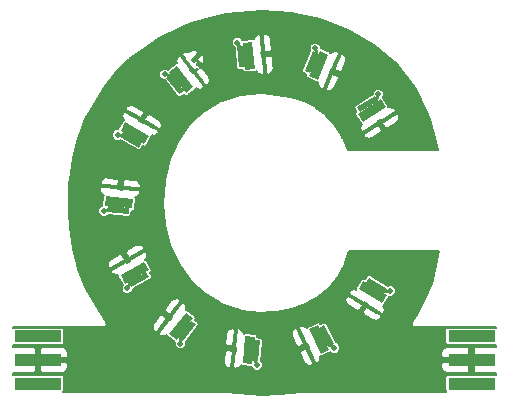
<source format=gtl>
G04 #@! TF.FileFunction,Copper,L1,Top,Signal*
%FSLAX46Y46*%
G04 Gerber Fmt 4.6, Leading zero omitted, Abs format (unit mm)*
G04 Created by KiCad (PCBNEW 4.0.0-rc2-stable) date 3/3/2016 3:42:37 PM*
%MOMM*%
G01*
G04 APERTURE LIST*
%ADD10C,0.150000*%
%ADD11C,0.500000*%
%ADD12R,4.000000X1.000000*%
%ADD13C,0.600000*%
%ADD14C,0.254000*%
%ADD15C,0.152400*%
G04 APERTURE END LIST*
D10*
G36*
X77052653Y-41239738D02*
X78597241Y-42163994D01*
X78340503Y-42593046D01*
X76795915Y-41668790D01*
X77052653Y-41239738D01*
X77052653Y-41239738D01*
G37*
G36*
X75816311Y-42818996D02*
X77789950Y-43999991D01*
X77625637Y-44274584D01*
X75651998Y-43093589D01*
X75816311Y-42818996D01*
X75816311Y-42818996D01*
G37*
G36*
X76581390Y-41540421D02*
X78555029Y-42721416D01*
X78144248Y-43407899D01*
X76170609Y-42226904D01*
X76581390Y-41540421D01*
X76581390Y-41540421D01*
G37*
D11*
X78828998Y-42360943D03*
D10*
G36*
X73272129Y-45255981D02*
X74043097Y-46882513D01*
X73591283Y-47096671D01*
X72820315Y-45470139D01*
X73272129Y-45255981D01*
X73272129Y-45255981D01*
G37*
G36*
X71366829Y-45882422D02*
X72351955Y-47960769D01*
X72062793Y-48097830D01*
X71077667Y-46019483D01*
X71366829Y-45882422D01*
X71366829Y-45882422D01*
G37*
G36*
X72713236Y-45244231D02*
X73698362Y-47322578D01*
X72975458Y-47665231D01*
X71990332Y-45586884D01*
X72713236Y-45244231D01*
X72713236Y-45244231D01*
G37*
D11*
X74126411Y-47175018D03*
D10*
G36*
X67831947Y-46531382D02*
X67667835Y-48323885D01*
X67169917Y-48278298D01*
X67334029Y-46485795D01*
X67831947Y-46531382D01*
X67831947Y-46531382D01*
G37*
G36*
X65873028Y-46100988D02*
X65663329Y-48391409D01*
X65344662Y-48362234D01*
X65554361Y-46071813D01*
X65873028Y-46100988D01*
X65873028Y-46100988D01*
G37*
G36*
X67356822Y-46236836D02*
X67147124Y-48527257D01*
X66350456Y-48454318D01*
X66560154Y-46163897D01*
X67356822Y-46236836D01*
X67356822Y-46236836D01*
G37*
D11*
X67590691Y-48618077D03*
D10*
G36*
X62400532Y-45183122D02*
X61306093Y-46612179D01*
X60909132Y-46308168D01*
X62003571Y-44879111D01*
X62400532Y-45183122D01*
X62400532Y-45183122D01*
G37*
G36*
X60972636Y-43774678D02*
X59574186Y-45600695D01*
X59320132Y-45406128D01*
X60718582Y-43580111D01*
X60972636Y-43774678D01*
X60972636Y-43774678D01*
G37*
G36*
X62155577Y-44680630D02*
X60757127Y-46506647D01*
X60121991Y-46020230D01*
X61520441Y-44194213D01*
X62155577Y-44680630D01*
X62155577Y-44680630D01*
G37*
D11*
X61083990Y-46819953D03*
D10*
G36*
X58437802Y-41159804D02*
X56868270Y-42041037D01*
X56623484Y-41605056D01*
X58193016Y-40723823D01*
X58437802Y-41159804D01*
X58437802Y-41159804D01*
G37*
G36*
X57681542Y-39302207D02*
X55676029Y-40428225D01*
X55519366Y-40149197D01*
X57524879Y-39023179D01*
X57681542Y-39302207D01*
X57681542Y-39302207D01*
G37*
G36*
X58411006Y-40601430D02*
X56405493Y-41727449D01*
X56013834Y-41029880D01*
X58019347Y-39903861D01*
X58411006Y-40601430D01*
X58411006Y-40601430D01*
G37*
D11*
X56582203Y-42144310D03*
D10*
G36*
X56697349Y-35826730D02*
X54904684Y-35664396D01*
X54949777Y-35166434D01*
X56742442Y-35328768D01*
X56697349Y-35826730D01*
X56697349Y-35826730D01*
G37*
G36*
X57125799Y-33867386D02*
X54835172Y-33659960D01*
X54864031Y-33341264D01*
X57154658Y-33548690D01*
X57125799Y-33867386D01*
X57125799Y-33867386D01*
G37*
G36*
X56991424Y-35351314D02*
X54700796Y-35143888D01*
X54772944Y-34347148D01*
X57063572Y-34554574D01*
X56991424Y-35351314D01*
X56991424Y-35351314D01*
G37*
D11*
X54610416Y-35587545D03*
D10*
G36*
X57571019Y-30216719D02*
X56001494Y-29335475D01*
X56246285Y-28899495D01*
X57815810Y-29780739D01*
X57571019Y-30216719D01*
X57571019Y-30216719D01*
G37*
G36*
X58763273Y-28603916D02*
X56757769Y-27477882D01*
X56914435Y-27198856D01*
X58919939Y-28324890D01*
X58763273Y-28603916D01*
X58763273Y-28603916D01*
G37*
G36*
X58033799Y-29903134D02*
X56028295Y-28777100D01*
X56419959Y-28079534D01*
X58425463Y-29205568D01*
X58033799Y-29903134D01*
X58033799Y-29903134D01*
G37*
D11*
X55764386Y-29145002D03*
D10*
G36*
X60999519Y-25720241D02*
X59902355Y-24293275D01*
X60298735Y-23988507D01*
X61395899Y-25415473D01*
X60999519Y-25720241D01*
X60999519Y-25720241D01*
G37*
G36*
X62729493Y-24705454D02*
X61327562Y-22882109D01*
X61581245Y-22687058D01*
X62983176Y-24510403D01*
X62729493Y-24705454D01*
X62729493Y-24705454D01*
G37*
G36*
X61548282Y-25613663D02*
X60146351Y-23790318D01*
X60780558Y-23302689D01*
X62182489Y-25126034D01*
X61548282Y-25613663D01*
X61548282Y-25613663D01*
G37*
D11*
X59759133Y-24024971D03*
D10*
G36*
X66054687Y-23422350D02*
X65886121Y-21630260D01*
X66383923Y-21583436D01*
X66552489Y-23375526D01*
X66054687Y-23422350D01*
X66054687Y-23422350D01*
G37*
G36*
X68059353Y-23484892D02*
X67843963Y-21194999D01*
X68162557Y-21165032D01*
X68377947Y-23454925D01*
X68059353Y-23484892D01*
X68059353Y-23484892D01*
G37*
G36*
X66575902Y-23624427D02*
X66360512Y-21334535D01*
X67156996Y-21259617D01*
X67372386Y-23549509D01*
X66575902Y-23624427D01*
X66575902Y-23624427D01*
G37*
D11*
X65907807Y-21326896D03*
D10*
G36*
X71602242Y-23713489D02*
X72325626Y-22065243D01*
X72783472Y-22266183D01*
X72060088Y-23914429D01*
X71602242Y-23713489D01*
X71602242Y-23713489D01*
G37*
G36*
X73323999Y-24742153D02*
X74248324Y-22636061D01*
X74541345Y-22764663D01*
X73617020Y-24870755D01*
X73323999Y-24742153D01*
X73323999Y-24742153D01*
G37*
G36*
X71959618Y-24143352D02*
X72883943Y-22037260D01*
X73616496Y-22358764D01*
X72692171Y-24464856D01*
X71959618Y-24143352D01*
X71959618Y-24143352D01*
G37*
D11*
X72491975Y-21810629D03*
D10*
G36*
X76041870Y-26792230D02*
X77560673Y-25826187D01*
X77829018Y-26248076D01*
X76310215Y-27214119D01*
X76041870Y-26792230D01*
X76041870Y-26792230D01*
G37*
G36*
X76898938Y-28605522D02*
X78839631Y-27371134D01*
X79011372Y-27641144D01*
X77070679Y-28875532D01*
X76898938Y-28605522D01*
X76898938Y-28605522D01*
G37*
G36*
X76099270Y-27348291D02*
X78039962Y-26113903D01*
X78469314Y-26788927D01*
X76528622Y-28023315D01*
X76099270Y-27348291D01*
X76099270Y-27348291D01*
G37*
D11*
X77840641Y-25707368D03*
D12*
X85735030Y-50192207D03*
X85735030Y-48192207D03*
X85735030Y-46192207D03*
D13*
X84735030Y-50192207D03*
X84735030Y-48192207D03*
X84735030Y-46192207D03*
D12*
X49020836Y-46192207D03*
X49020836Y-48192207D03*
X49020836Y-50192207D03*
D13*
X50020836Y-46192207D03*
X50020836Y-48192207D03*
X50020836Y-50192207D03*
D11*
X62254379Y-22804379D03*
D14*
X77700000Y-41920000D02*
X77360000Y-42470000D01*
X77700000Y-41920000D02*
X77360000Y-42470000D01*
X77700000Y-41920000D02*
X77360000Y-42470000D01*
X77700000Y-41920000D02*
X77360000Y-42470000D01*
X77700000Y-41920000D02*
X77360000Y-42470000D01*
X77700000Y-41920000D02*
X77360000Y-42470000D01*
X77700000Y-41920000D02*
X77360000Y-42470000D01*
X77700000Y-41920000D02*
X77360000Y-42470000D01*
X77700000Y-41920000D02*
X77360000Y-42470000D01*
X77360000Y-42470000D02*
X78830000Y-42360000D01*
X77360000Y-42470000D02*
X78830000Y-42360000D01*
X77360000Y-42470000D02*
X78830000Y-42360000D01*
X77360000Y-42470000D02*
X78830000Y-42360000D01*
X77360000Y-42470000D02*
X78830000Y-42360000D01*
X77360000Y-42470000D02*
X78830000Y-42360000D01*
X77360000Y-42470000D02*
X78830000Y-42360000D01*
X77360000Y-42470000D02*
X78830000Y-42360000D01*
X77360000Y-42470000D02*
X78830000Y-42360000D01*
X73430000Y-46180000D02*
X72840000Y-46450000D01*
X73430000Y-46180000D02*
X72840000Y-46450000D01*
X73430000Y-46180000D02*
X72840000Y-46450000D01*
X73430000Y-46180000D02*
X72840000Y-46450000D01*
X73430000Y-46180000D02*
X72840000Y-46450000D01*
X73430000Y-46180000D02*
X72840000Y-46450000D01*
X73430000Y-46180000D02*
X72840000Y-46450000D01*
X73430000Y-46180000D02*
X72840000Y-46450000D01*
X73430000Y-46180000D02*
X72840000Y-46450000D01*
X72840000Y-46450000D02*
X74130000Y-47180000D01*
X72840000Y-46450000D02*
X74130000Y-47180000D01*
X72840000Y-46450000D02*
X74130000Y-47180000D01*
X72840000Y-46450000D02*
X74130000Y-47180000D01*
X72840000Y-46450000D02*
X74130000Y-47180000D01*
X72840000Y-46450000D02*
X74130000Y-47180000D01*
X72840000Y-46450000D02*
X74130000Y-47180000D01*
X72840000Y-46450000D02*
X74130000Y-47180000D01*
X72840000Y-46450000D02*
X74130000Y-47180000D01*
X67500000Y-47400000D02*
X66850000Y-47350000D01*
X67500000Y-47400000D02*
X66850000Y-47350000D01*
X67500000Y-47400000D02*
X66850000Y-47350000D01*
X67500000Y-47400000D02*
X66850000Y-47350000D01*
X67500000Y-47400000D02*
X66850000Y-47350000D01*
X67500000Y-47400000D02*
X66850000Y-47350000D01*
X67500000Y-47400000D02*
X66850000Y-47350000D01*
X67500000Y-47400000D02*
X66850000Y-47350000D01*
X67500000Y-47400000D02*
X66850000Y-47350000D01*
X66850000Y-47350000D02*
X67590000Y-48620000D01*
X66850000Y-47350000D02*
X67590000Y-48620000D01*
X66850000Y-47350000D02*
X67590000Y-48620000D01*
X66850000Y-47350000D02*
X67590000Y-48620000D01*
X66850000Y-47350000D02*
X67590000Y-48620000D01*
X66850000Y-47350000D02*
X67590000Y-48620000D01*
X66850000Y-47350000D02*
X67590000Y-48620000D01*
X66850000Y-47350000D02*
X67590000Y-48620000D01*
X66850000Y-47350000D02*
X67590000Y-48620000D01*
X61650000Y-45750000D02*
X61140000Y-45350000D01*
X61650000Y-45750000D02*
X61140000Y-45350000D01*
X61650000Y-45750000D02*
X61140000Y-45350000D01*
X61650000Y-45750000D02*
X61140000Y-45350000D01*
X61650000Y-45750000D02*
X61140000Y-45350000D01*
X61650000Y-45750000D02*
X61140000Y-45350000D01*
X61650000Y-45750000D02*
X61140000Y-45350000D01*
X61650000Y-45750000D02*
X61140000Y-45350000D01*
X61650000Y-45750000D02*
X61140000Y-45350000D01*
X61140000Y-45350000D02*
X61080000Y-46820000D01*
X61140000Y-45350000D02*
X61080000Y-46820000D01*
X61140000Y-45350000D02*
X61080000Y-46820000D01*
X61140000Y-45350000D02*
X61080000Y-46820000D01*
X61140000Y-45350000D02*
X61080000Y-46820000D01*
X61140000Y-45350000D02*
X61080000Y-46820000D01*
X61140000Y-45350000D02*
X61080000Y-46820000D01*
X61140000Y-45350000D02*
X61080000Y-46820000D01*
X61140000Y-45350000D02*
X61080000Y-46820000D01*
X57530000Y-41380000D02*
X57210000Y-40820000D01*
X57530000Y-41380000D02*
X57210000Y-40820000D01*
X57530000Y-41380000D02*
X57210000Y-40820000D01*
X57530000Y-41380000D02*
X57210000Y-40820000D01*
X57530000Y-41380000D02*
X57210000Y-40820000D01*
X57530000Y-41380000D02*
X57210000Y-40820000D01*
X57530000Y-41380000D02*
X57210000Y-40820000D01*
X57530000Y-41380000D02*
X57210000Y-40820000D01*
X57530000Y-41380000D02*
X57210000Y-40820000D01*
X57210000Y-40820000D02*
X56580000Y-42140000D01*
X57210000Y-40820000D02*
X56580000Y-42140000D01*
X57210000Y-40820000D02*
X56580000Y-42140000D01*
X57210000Y-40820000D02*
X56580000Y-42140000D01*
X57210000Y-40820000D02*
X56580000Y-42140000D01*
X57210000Y-40820000D02*
X56580000Y-42140000D01*
X57210000Y-40820000D02*
X56580000Y-42140000D01*
X57210000Y-40820000D02*
X56580000Y-42140000D01*
X57210000Y-40820000D02*
X56580000Y-42140000D01*
X55820000Y-35500000D02*
X55880000Y-34850000D01*
X55820000Y-35500000D02*
X55880000Y-34850000D01*
X55820000Y-35500000D02*
X55880000Y-34850000D01*
X55820000Y-35500000D02*
X55880000Y-34850000D01*
X55820000Y-35500000D02*
X55880000Y-34850000D01*
X55820000Y-35500000D02*
X55880000Y-34850000D01*
X55820000Y-35500000D02*
X55880000Y-34850000D01*
X55820000Y-35500000D02*
X55880000Y-34850000D01*
X55820000Y-35500000D02*
X55880000Y-34850000D01*
X55880000Y-34850000D02*
X54610000Y-35590000D01*
X55880000Y-34850000D02*
X54610000Y-35590000D01*
X55880000Y-34850000D02*
X54610000Y-35590000D01*
X55880000Y-34850000D02*
X54610000Y-35590000D01*
X55880000Y-34850000D02*
X54610000Y-35590000D01*
X55880000Y-34850000D02*
X54610000Y-35590000D01*
X55880000Y-34850000D02*
X54610000Y-35590000D01*
X55880000Y-34850000D02*
X54610000Y-35590000D01*
X55880000Y-34850000D02*
X54610000Y-35590000D01*
X56910000Y-29560000D02*
X57230000Y-28990000D01*
X56910000Y-29560000D02*
X57230000Y-28990000D01*
X56910000Y-29560000D02*
X57230000Y-28990000D01*
X56910000Y-29560000D02*
X57230000Y-28990000D01*
X56910000Y-29560000D02*
X57230000Y-28990000D01*
X56910000Y-29560000D02*
X57230000Y-28990000D01*
X56910000Y-29560000D02*
X57230000Y-28990000D01*
X56910000Y-29560000D02*
X57230000Y-28990000D01*
X56910000Y-29560000D02*
X57230000Y-28990000D01*
X57230000Y-28990000D02*
X55760000Y-29150000D01*
X57230000Y-28990000D02*
X55760000Y-29150000D01*
X57230000Y-28990000D02*
X55760000Y-29150000D01*
X57230000Y-28990000D02*
X55760000Y-29150000D01*
X57230000Y-28990000D02*
X55760000Y-29150000D01*
X57230000Y-28990000D02*
X55760000Y-29150000D01*
X57230000Y-28990000D02*
X55760000Y-29150000D01*
X57230000Y-28990000D02*
X55760000Y-29150000D01*
X57230000Y-28990000D02*
X55760000Y-29150000D01*
X60650000Y-24850000D02*
X61160000Y-24460000D01*
X60650000Y-24850000D02*
X61160000Y-24460000D01*
X60650000Y-24850000D02*
X61160000Y-24460000D01*
X60650000Y-24850000D02*
X61160000Y-24460000D01*
X60650000Y-24850000D02*
X61160000Y-24460000D01*
X60650000Y-24850000D02*
X61160000Y-24460000D01*
X60650000Y-24850000D02*
X61160000Y-24460000D01*
X60650000Y-24850000D02*
X61160000Y-24460000D01*
X60650000Y-24850000D02*
X61160000Y-24460000D01*
X61160000Y-24460000D02*
X59760000Y-24020000D01*
X61160000Y-24460000D02*
X59760000Y-24020000D01*
X61160000Y-24460000D02*
X59760000Y-24020000D01*
X61160000Y-24460000D02*
X59760000Y-24020000D01*
X61160000Y-24460000D02*
X59760000Y-24020000D01*
X61160000Y-24460000D02*
X59760000Y-24020000D01*
X61160000Y-24460000D02*
X59760000Y-24020000D01*
X61160000Y-24460000D02*
X59760000Y-24020000D01*
X61160000Y-24460000D02*
X59760000Y-24020000D01*
X66220000Y-22500000D02*
X66870000Y-22440000D01*
X66220000Y-22500000D02*
X66870000Y-22440000D01*
X66220000Y-22500000D02*
X66870000Y-22440000D01*
X66220000Y-22500000D02*
X66870000Y-22440000D01*
X66220000Y-22500000D02*
X66870000Y-22440000D01*
X66220000Y-22500000D02*
X66870000Y-22440000D01*
X66220000Y-22500000D02*
X66870000Y-22440000D01*
X66220000Y-22500000D02*
X66870000Y-22440000D01*
X66220000Y-22500000D02*
X66870000Y-22440000D01*
X66870000Y-22440000D02*
X65910000Y-21330000D01*
X66870000Y-22440000D02*
X65910000Y-21330000D01*
X66870000Y-22440000D02*
X65910000Y-21330000D01*
X66870000Y-22440000D02*
X65910000Y-21330000D01*
X66870000Y-22440000D02*
X65910000Y-21330000D01*
X66870000Y-22440000D02*
X65910000Y-21330000D01*
X66870000Y-22440000D02*
X65910000Y-21330000D01*
X66870000Y-22440000D02*
X65910000Y-21330000D01*
X66870000Y-22440000D02*
X65910000Y-21330000D01*
X72190000Y-22990000D02*
X72790000Y-23250000D01*
X72190000Y-22990000D02*
X72790000Y-23250000D01*
X72190000Y-22990000D02*
X72790000Y-23250000D01*
X72190000Y-22990000D02*
X72790000Y-23250000D01*
X72190000Y-22990000D02*
X72790000Y-23250000D01*
X72190000Y-22990000D02*
X72790000Y-23250000D01*
X72190000Y-22990000D02*
X72790000Y-23250000D01*
X72190000Y-22990000D02*
X72790000Y-23250000D01*
X72190000Y-22990000D02*
X72790000Y-23250000D01*
X72790000Y-23250000D02*
X72490000Y-21810000D01*
X72790000Y-23250000D02*
X72490000Y-21810000D01*
X72790000Y-23250000D02*
X72490000Y-21810000D01*
X72790000Y-23250000D02*
X72490000Y-21810000D01*
X72790000Y-23250000D02*
X72490000Y-21810000D01*
X72790000Y-23250000D02*
X72490000Y-21810000D01*
X72790000Y-23250000D02*
X72490000Y-21810000D01*
X72790000Y-23250000D02*
X72490000Y-21810000D01*
X72790000Y-23250000D02*
X72490000Y-21810000D01*
X76940000Y-26520000D02*
X77280000Y-27070000D01*
X76940000Y-26520000D02*
X77280000Y-27070000D01*
X76940000Y-26520000D02*
X77280000Y-27070000D01*
X76940000Y-26520000D02*
X77280000Y-27070000D01*
X76940000Y-26520000D02*
X77280000Y-27070000D01*
X76940000Y-26520000D02*
X77280000Y-27070000D01*
X76940000Y-26520000D02*
X77280000Y-27070000D01*
X76940000Y-26520000D02*
X77280000Y-27070000D01*
X76940000Y-26520000D02*
X77280000Y-27070000D01*
X77280000Y-27070000D02*
X77840000Y-25710000D01*
X77280000Y-27070000D02*
X77840000Y-25710000D01*
X77280000Y-27070000D02*
X77840000Y-25710000D01*
X77280000Y-27070000D02*
X77840000Y-25710000D01*
X77280000Y-27070000D02*
X77840000Y-25710000D01*
X77280000Y-27070000D02*
X77840000Y-25710000D01*
X77280000Y-27070000D02*
X77840000Y-25710000D01*
X77280000Y-27070000D02*
X77840000Y-25710000D01*
X77280000Y-27070000D02*
X77840000Y-25710000D01*
D15*
G36*
X70430619Y-18806486D02*
X72911350Y-19338071D01*
X75290154Y-20232580D01*
X77466997Y-21497502D01*
X79376968Y-23162605D01*
X81002403Y-25238463D01*
X82226086Y-27754353D01*
X82857171Y-30401400D01*
X75235367Y-30401400D01*
X74816974Y-29402378D01*
X74804788Y-29384293D01*
X74797190Y-29363853D01*
X74723833Y-29244798D01*
X76613192Y-29244798D01*
X76640110Y-29287117D01*
X76830392Y-29420559D01*
X77057256Y-29471025D01*
X77286163Y-29430833D01*
X77482265Y-29306101D01*
X78081302Y-28925081D01*
X78126152Y-28723463D01*
X77848066Y-28286259D01*
X76658042Y-29043180D01*
X76613192Y-29244798D01*
X74723833Y-29244798D01*
X74187190Y-28373853D01*
X74171071Y-28356500D01*
X74159199Y-28336006D01*
X73429199Y-27506006D01*
X73408645Y-27490281D01*
X73391775Y-27470657D01*
X72574920Y-26830951D01*
X75812031Y-26830951D01*
X75845204Y-26917321D01*
X75988458Y-27142543D01*
X75974179Y-27151625D01*
X75911254Y-27210539D01*
X75872474Y-27294541D01*
X75869431Y-27387012D01*
X75902604Y-27473382D01*
X76331956Y-28148406D01*
X76390871Y-28211331D01*
X76444484Y-28236082D01*
X76353911Y-28365234D01*
X76303444Y-28592098D01*
X76343636Y-28821005D01*
X76370554Y-28863325D01*
X76572172Y-28908175D01*
X77762196Y-28151254D01*
X77726678Y-28095412D01*
X78148114Y-28095412D01*
X78426200Y-28532616D01*
X78627818Y-28577466D01*
X79226855Y-28196446D01*
X79422957Y-28071714D01*
X79556399Y-27881432D01*
X79606866Y-27654568D01*
X79566674Y-27425661D01*
X79539756Y-27383341D01*
X79338138Y-27338491D01*
X78148114Y-28095412D01*
X77726678Y-28095412D01*
X77719261Y-28083752D01*
X78019309Y-27892905D01*
X78062244Y-27960407D01*
X79252268Y-27203486D01*
X79297118Y-27001868D01*
X79270200Y-26959549D01*
X79079918Y-26826107D01*
X78853054Y-26775641D01*
X78697417Y-26802968D01*
X78699153Y-26750206D01*
X78665980Y-26663836D01*
X78236628Y-25988812D01*
X78236392Y-25988559D01*
X78246141Y-25978827D01*
X78319157Y-25802985D01*
X78319324Y-25612586D01*
X78246615Y-25436617D01*
X78112100Y-25301868D01*
X77936258Y-25228852D01*
X77745859Y-25228685D01*
X77569890Y-25301394D01*
X77435141Y-25435909D01*
X77362125Y-25611751D01*
X77362068Y-25676280D01*
X75916779Y-26595564D01*
X75853854Y-26654479D01*
X75815074Y-26738480D01*
X75812031Y-26830951D01*
X72574920Y-26830951D01*
X72561775Y-26820657D01*
X72539855Y-26809577D01*
X72520835Y-26794032D01*
X71580834Y-26294032D01*
X71558056Y-26287173D01*
X71537352Y-26275448D01*
X70477352Y-25925448D01*
X70449108Y-25921969D01*
X70422021Y-25913246D01*
X68002021Y-25633246D01*
X67973224Y-25635588D01*
X67944489Y-25632570D01*
X66204489Y-25792570D01*
X66177266Y-25800636D01*
X66149017Y-25803430D01*
X64569017Y-26283430D01*
X64541723Y-26298033D01*
X64512339Y-26307786D01*
X63122339Y-27097786D01*
X63097815Y-27119000D01*
X63070222Y-27136033D01*
X61920222Y-28206033D01*
X61903252Y-28229551D01*
X61882250Y-28249539D01*
X60952249Y-29569539D01*
X60941503Y-29593770D01*
X60926092Y-29615332D01*
X60226092Y-31165332D01*
X60220302Y-31190303D01*
X60209448Y-31213522D01*
X59779448Y-32963521D01*
X59778401Y-32986988D01*
X59772145Y-33009634D01*
X59632145Y-34919634D01*
X59634772Y-34940855D01*
X59632277Y-34962092D01*
X59772277Y-36722091D01*
X59778856Y-36745342D01*
X59780200Y-36769469D01*
X60210200Y-38439469D01*
X60221090Y-38462108D01*
X60226945Y-38486538D01*
X60926945Y-40006539D01*
X60941630Y-40026767D01*
X60951681Y-40049651D01*
X61881682Y-41379652D01*
X61901594Y-41398738D01*
X61917425Y-41421328D01*
X63067425Y-42521328D01*
X63091302Y-42536526D01*
X63111878Y-42555962D01*
X64481878Y-43415962D01*
X64510558Y-43426895D01*
X64536929Y-43442594D01*
X66116928Y-44002594D01*
X66149087Y-44007266D01*
X66180098Y-44016991D01*
X67940098Y-44206991D01*
X67964946Y-44204778D01*
X67989694Y-44207903D01*
X68787564Y-44151361D01*
X76566409Y-44151361D01*
X76616742Y-44351680D01*
X77225949Y-44716220D01*
X77425380Y-44835556D01*
X77655298Y-44869490D01*
X77880702Y-44812855D01*
X78067273Y-44674273D01*
X78093027Y-44631235D01*
X78042694Y-44430915D01*
X76832467Y-43706734D01*
X76566409Y-44151361D01*
X68787564Y-44151361D01*
X69259694Y-44117903D01*
X69276850Y-44113209D01*
X69294638Y-44113190D01*
X70494638Y-43873190D01*
X70513865Y-43865202D01*
X70534451Y-43862101D01*
X71644451Y-43462101D01*
X71664093Y-43450268D01*
X71685907Y-43443202D01*
X72258450Y-43123251D01*
X75057092Y-43123251D01*
X75113728Y-43348654D01*
X75252311Y-43535226D01*
X75451742Y-43654562D01*
X76060948Y-44019102D01*
X76261267Y-43968769D01*
X76527325Y-43524142D01*
X75317098Y-42799961D01*
X75116779Y-42850294D01*
X75091026Y-42893332D01*
X75057092Y-43123251D01*
X72258450Y-43123251D01*
X72705907Y-42873202D01*
X72723649Y-42858077D01*
X72744331Y-42847317D01*
X73224227Y-42462345D01*
X75348921Y-42462345D01*
X75399254Y-42662665D01*
X76609481Y-43386846D01*
X76650560Y-43318197D01*
X76955701Y-43500789D01*
X76914623Y-43569438D01*
X78124850Y-44293619D01*
X78325169Y-44243286D01*
X78350922Y-44200248D01*
X78384856Y-43970329D01*
X78328220Y-43744926D01*
X78233996Y-43618074D01*
X78281933Y-43595963D01*
X78344253Y-43527579D01*
X78755034Y-42841096D01*
X78755630Y-42839479D01*
X78923780Y-42839626D01*
X79099749Y-42766917D01*
X79234498Y-42632402D01*
X79307514Y-42456560D01*
X79307681Y-42266161D01*
X79234972Y-42090192D01*
X79100457Y-41955443D01*
X78924615Y-41882427D01*
X78734216Y-41882260D01*
X78643192Y-41919871D01*
X77172333Y-41039733D01*
X77091455Y-41009912D01*
X76998983Y-41012923D01*
X76914968Y-41051674D01*
X76852648Y-41120058D01*
X76715590Y-41349105D01*
X76701070Y-41340416D01*
X76620192Y-41310595D01*
X76527720Y-41313606D01*
X76443705Y-41352357D01*
X76381385Y-41420741D01*
X75970604Y-42107224D01*
X75940783Y-42188102D01*
X75942705Y-42247122D01*
X75786650Y-42224090D01*
X75561246Y-42280725D01*
X75374675Y-42419307D01*
X75348921Y-42462345D01*
X73224227Y-42462345D01*
X73654331Y-42117317D01*
X73673472Y-42094517D01*
X73696372Y-42075502D01*
X74426373Y-41175502D01*
X74438423Y-41152643D01*
X74454931Y-41132766D01*
X75034931Y-40062766D01*
X75042573Y-40038094D01*
X75055146Y-40015531D01*
X75392866Y-38968600D01*
X83000198Y-38968600D01*
X82354960Y-41779363D01*
X81139491Y-44406346D01*
X80707120Y-44982840D01*
X80692015Y-45014337D01*
X80672607Y-45043384D01*
X80668724Y-45062908D01*
X80660116Y-45080857D01*
X80658215Y-45115739D01*
X80651400Y-45150000D01*
X80655283Y-45169523D01*
X80654200Y-45189400D01*
X80665792Y-45222355D01*
X80672607Y-45256616D01*
X80683665Y-45273166D01*
X80690271Y-45291945D01*
X80713593Y-45317956D01*
X80733000Y-45347000D01*
X80749551Y-45358059D01*
X80762840Y-45372880D01*
X80794337Y-45387985D01*
X80823384Y-45407393D01*
X80842908Y-45411276D01*
X80860857Y-45419884D01*
X80895739Y-45421785D01*
X80930000Y-45428600D01*
X87771400Y-45428600D01*
X87771400Y-45466494D01*
X87735030Y-45459129D01*
X83735030Y-45459129D01*
X83650316Y-45475069D01*
X83572512Y-45525135D01*
X83520315Y-45601527D01*
X83501952Y-45692207D01*
X83501952Y-46692207D01*
X83517892Y-46776921D01*
X83567958Y-46854725D01*
X83644350Y-46906922D01*
X83735030Y-46925285D01*
X87735030Y-46925285D01*
X87771400Y-46918442D01*
X87771400Y-47108007D01*
X86058880Y-47108007D01*
X85912830Y-47254057D01*
X85912830Y-48014407D01*
X85932830Y-48014407D01*
X85932830Y-48370007D01*
X85912830Y-48370007D01*
X85912830Y-49130357D01*
X86058880Y-49276407D01*
X87771400Y-49276407D01*
X87771400Y-49466494D01*
X87735030Y-49459129D01*
X83735030Y-49459129D01*
X83650316Y-49475069D01*
X83572512Y-49525135D01*
X83520315Y-49601527D01*
X83501952Y-49692207D01*
X83501952Y-50692207D01*
X83517892Y-50776921D01*
X83567958Y-50854725D01*
X83592362Y-50871400D01*
X71240000Y-50871400D01*
X71210692Y-50877230D01*
X71180817Y-50877759D01*
X70510508Y-51023478D01*
X67972151Y-51200573D01*
X64971342Y-50944766D01*
X64758008Y-50882544D01*
X64718699Y-50879098D01*
X64680000Y-50871400D01*
X51164518Y-50871400D01*
X51183354Y-50859279D01*
X51235551Y-50782887D01*
X51253914Y-50692207D01*
X51253914Y-49692207D01*
X51237974Y-49607493D01*
X51187908Y-49529689D01*
X51111516Y-49477492D01*
X51020836Y-49459129D01*
X47020836Y-49459129D01*
X46936122Y-49475069D01*
X46908600Y-49492779D01*
X46908600Y-49276407D01*
X48696986Y-49276407D01*
X48843036Y-49130357D01*
X48843036Y-48370007D01*
X48823036Y-48370007D01*
X48823036Y-48130540D01*
X49121424Y-48130540D01*
X49166289Y-48479424D01*
X49198636Y-48557517D01*
X49198636Y-49130357D01*
X49344686Y-49276407D01*
X51137040Y-49276407D01*
X51351758Y-49187468D01*
X51516097Y-49023130D01*
X51605036Y-48808412D01*
X51605036Y-48516057D01*
X51513669Y-48424690D01*
X64752301Y-48424690D01*
X64821293Y-48646623D01*
X64969963Y-48825260D01*
X65175678Y-48933406D01*
X65225624Y-48937978D01*
X65366853Y-48820440D01*
X65543715Y-48820440D01*
X65675841Y-48979198D01*
X65725787Y-48983771D01*
X65947719Y-48914779D01*
X66126356Y-48766107D01*
X66199885Y-48626238D01*
X66240577Y-48659871D01*
X66329205Y-48686425D01*
X67125873Y-48759364D01*
X67131021Y-48758875D01*
X67184717Y-48888828D01*
X67319232Y-49023577D01*
X67495074Y-49096593D01*
X67685473Y-49096760D01*
X67861442Y-49024051D01*
X67996191Y-48889536D01*
X68069207Y-48713694D01*
X68069374Y-48523295D01*
X67996665Y-48347326D01*
X67907884Y-48258390D01*
X67968023Y-47601519D01*
X71181040Y-47601519D01*
X71485121Y-48243046D01*
X71584665Y-48453057D01*
X71757000Y-48608989D01*
X71975890Y-48687102D01*
X72208009Y-48675503D01*
X72253331Y-48654020D01*
X72322750Y-48459490D01*
X71718675Y-47185057D01*
X71250460Y-47406988D01*
X71181040Y-47601519D01*
X67968023Y-47601519D01*
X68064054Y-46552632D01*
X68055904Y-46466818D01*
X68013141Y-46384773D01*
X67941826Y-46325829D01*
X67853198Y-46299275D01*
X67587386Y-46274939D01*
X67588929Y-46258086D01*
X67580779Y-46172272D01*
X67538016Y-46090227D01*
X67466701Y-46031283D01*
X67378073Y-46004729D01*
X66590034Y-45932580D01*
X70488396Y-45932580D01*
X70499995Y-46164700D01*
X70599540Y-46374711D01*
X70903620Y-47016238D01*
X71098151Y-47085658D01*
X71566366Y-46863726D01*
X70962291Y-45589293D01*
X70770252Y-45520762D01*
X71106872Y-45520762D01*
X71710947Y-46795195D01*
X71783237Y-46760930D01*
X71935546Y-47082261D01*
X71863256Y-47116526D01*
X72467331Y-48390959D01*
X72661862Y-48460379D01*
X72707183Y-48438897D01*
X72863115Y-48266562D01*
X72941226Y-48047672D01*
X72933340Y-47889851D01*
X72985482Y-47898093D01*
X73075289Y-47875847D01*
X73798193Y-47533194D01*
X73803708Y-47529185D01*
X73854952Y-47580518D01*
X74030794Y-47653534D01*
X74221193Y-47653701D01*
X74397162Y-47580992D01*
X74402160Y-47576002D01*
X83150830Y-47576002D01*
X83150830Y-47868357D01*
X83296880Y-48014407D01*
X83867110Y-48014407D01*
X83835618Y-48130540D01*
X83866412Y-48370007D01*
X83296880Y-48370007D01*
X83150830Y-48516057D01*
X83150830Y-48808412D01*
X83239769Y-49023130D01*
X83404108Y-49187468D01*
X83618826Y-49276407D01*
X85411180Y-49276407D01*
X85557230Y-49130357D01*
X85557230Y-48538605D01*
X85634442Y-48253874D01*
X85589577Y-47904990D01*
X85557230Y-47826897D01*
X85557230Y-47254057D01*
X85411180Y-47108007D01*
X83618826Y-47108007D01*
X83404108Y-47196946D01*
X83239769Y-47361284D01*
X83150830Y-47576002D01*
X74402160Y-47576002D01*
X74531911Y-47446477D01*
X74604927Y-47270635D01*
X74605094Y-47080236D01*
X74532385Y-46904267D01*
X74397870Y-46769518D01*
X74222028Y-46696502D01*
X74212860Y-46696494D01*
X73482745Y-45156150D01*
X73432057Y-45086427D01*
X73353491Y-45037565D01*
X73262105Y-45023119D01*
X73172298Y-45045365D01*
X72931100Y-45159692D01*
X72923852Y-45144400D01*
X72873164Y-45074677D01*
X72794598Y-45025815D01*
X72703212Y-45011369D01*
X72613405Y-45033615D01*
X71890501Y-45376268D01*
X71820778Y-45426956D01*
X71789592Y-45477100D01*
X71672622Y-45371263D01*
X71453732Y-45293150D01*
X71221613Y-45304749D01*
X71176291Y-45326232D01*
X71106872Y-45520762D01*
X70770252Y-45520762D01*
X70767760Y-45519873D01*
X70722439Y-45541355D01*
X70566507Y-45713690D01*
X70488396Y-45932580D01*
X66590034Y-45932580D01*
X66581405Y-45931790D01*
X66495590Y-45939940D01*
X66443225Y-45967234D01*
X66396397Y-45816599D01*
X66247727Y-45637962D01*
X66042012Y-45529816D01*
X65992066Y-45525244D01*
X65833309Y-45657369D01*
X65704722Y-47061845D01*
X65784389Y-47069139D01*
X65751968Y-47423258D01*
X65672301Y-47415964D01*
X65543715Y-48820440D01*
X65366853Y-48820440D01*
X65384381Y-48805853D01*
X65512968Y-47401377D01*
X64996976Y-47354135D01*
X64838218Y-47486261D01*
X64773490Y-48193249D01*
X64752301Y-48424690D01*
X51513669Y-48424690D01*
X51458986Y-48370007D01*
X50888756Y-48370007D01*
X50920248Y-48253874D01*
X50889454Y-48014407D01*
X51458986Y-48014407D01*
X51605036Y-47868357D01*
X51605036Y-47576002D01*
X51516097Y-47361284D01*
X51351758Y-47196946D01*
X51137040Y-47108007D01*
X49344686Y-47108007D01*
X49198636Y-47254057D01*
X49198636Y-47845809D01*
X49121424Y-48130540D01*
X48823036Y-48130540D01*
X48823036Y-48014407D01*
X48843036Y-48014407D01*
X48843036Y-47254057D01*
X48696986Y-47108007D01*
X46908600Y-47108007D01*
X46908600Y-46892193D01*
X46930156Y-46906922D01*
X47020836Y-46925285D01*
X51020836Y-46925285D01*
X51105550Y-46909345D01*
X51183354Y-46859279D01*
X51235551Y-46782887D01*
X51253914Y-46692207D01*
X51253914Y-45899909D01*
X59244268Y-45899909D01*
X59271418Y-46104663D01*
X59311237Y-46135158D01*
X59535783Y-46195101D01*
X59766176Y-46164550D01*
X59902950Y-46085414D01*
X59919447Y-46135561D01*
X59980275Y-46205275D01*
X60615411Y-46691692D01*
X60618402Y-46693202D01*
X60605474Y-46724336D01*
X60605307Y-46914735D01*
X60678016Y-47090704D01*
X60812531Y-47225453D01*
X60988373Y-47298469D01*
X61178772Y-47298636D01*
X61354741Y-47225927D01*
X61489490Y-47091412D01*
X61562506Y-46915570D01*
X61562571Y-46841259D01*
X64897271Y-46841259D01*
X65029397Y-47000016D01*
X65545389Y-47047258D01*
X65673975Y-45642782D01*
X65541849Y-45484024D01*
X65491903Y-45479451D01*
X65269971Y-45548443D01*
X65091334Y-45697115D01*
X64983189Y-45902830D01*
X64961999Y-46134271D01*
X64897271Y-46841259D01*
X61562571Y-46841259D01*
X61562673Y-46725171D01*
X61545313Y-46683156D01*
X62585577Y-45324838D01*
X62624430Y-45247890D01*
X62631989Y-45155679D01*
X62603076Y-45067791D01*
X62542248Y-44998077D01*
X62330332Y-44835782D01*
X62340622Y-44822346D01*
X62379475Y-44745398D01*
X62387034Y-44653187D01*
X62358121Y-44565299D01*
X62297293Y-44495585D01*
X61662157Y-44009168D01*
X61585210Y-43970315D01*
X61526356Y-43965491D01*
X61567042Y-43813082D01*
X61536492Y-43582689D01*
X61420100Y-43381525D01*
X61380281Y-43351030D01*
X61175527Y-43378180D01*
X60318004Y-44497886D01*
X60381518Y-44546528D01*
X60165305Y-44828846D01*
X60101791Y-44780204D01*
X59244268Y-45899909D01*
X51253914Y-45899909D01*
X51253914Y-45692207D01*
X51237974Y-45607493D01*
X51187908Y-45529689D01*
X51111516Y-45477492D01*
X51020836Y-45459129D01*
X47020836Y-45459129D01*
X46936122Y-45475069D01*
X46908600Y-45492779D01*
X46908600Y-45428600D01*
X54560000Y-45428600D01*
X54603012Y-45420044D01*
X54646560Y-45414812D01*
X54655997Y-45409505D01*
X54666616Y-45407393D01*
X54703083Y-45383027D01*
X54730294Y-45367724D01*
X58725726Y-45367724D01*
X58756276Y-45598117D01*
X58872668Y-45799281D01*
X58912487Y-45829776D01*
X59117241Y-45802626D01*
X59974764Y-44682920D01*
X59563394Y-44367874D01*
X59358641Y-44395024D01*
X58926979Y-44958664D01*
X58785669Y-45143178D01*
X58725726Y-45367724D01*
X54730294Y-45367724D01*
X54741311Y-45361529D01*
X54747999Y-45353014D01*
X54757000Y-45347000D01*
X54781364Y-45310536D01*
X54808458Y-45276043D01*
X54811378Y-45265617D01*
X54817393Y-45256616D01*
X54825948Y-45213606D01*
X54837780Y-45171368D01*
X54836488Y-45160617D01*
X54838600Y-45150000D01*
X54830044Y-45106988D01*
X54824812Y-45063440D01*
X54819505Y-45054003D01*
X54817393Y-45043384D01*
X54793024Y-45006914D01*
X54771529Y-44968690D01*
X54667624Y-44847468D01*
X54099198Y-43880802D01*
X59752456Y-43880802D01*
X59779607Y-44085556D01*
X60190977Y-44400602D01*
X61048500Y-43280897D01*
X61021350Y-43076143D01*
X60981531Y-43045648D01*
X60756985Y-42985705D01*
X60526592Y-43016256D01*
X60325428Y-43132648D01*
X60184118Y-43317162D01*
X59752456Y-43880802D01*
X54099198Y-43880802D01*
X53021526Y-42048116D01*
X52525192Y-40771827D01*
X55198965Y-40771827D01*
X55223520Y-40815560D01*
X55406192Y-40959244D01*
X55629945Y-41022085D01*
X55786846Y-41003341D01*
X55782216Y-41055929D01*
X55810599Y-41143989D01*
X56202258Y-41841558D01*
X56204897Y-41844706D01*
X56176703Y-41872851D01*
X56103687Y-42048693D01*
X56103520Y-42239092D01*
X56176229Y-42415061D01*
X56310744Y-42549810D01*
X56486586Y-42622826D01*
X56676985Y-42622993D01*
X56852954Y-42550284D01*
X56987703Y-42415769D01*
X57060719Y-42239927D01*
X57060754Y-42200268D01*
X58551911Y-41363039D01*
X58617974Y-41307667D01*
X58661306Y-41225920D01*
X58669420Y-41133756D01*
X58641037Y-41045695D01*
X58510360Y-40812950D01*
X58525115Y-40804665D01*
X58591178Y-40749292D01*
X58634510Y-40667546D01*
X58642624Y-40575381D01*
X58614241Y-40487321D01*
X58222582Y-39789752D01*
X58167209Y-39723689D01*
X58115035Y-39696032D01*
X58212560Y-39572045D01*
X58275402Y-39348292D01*
X58247833Y-39117524D01*
X58223279Y-39073791D01*
X58024426Y-39017943D01*
X56794655Y-39708413D01*
X56833821Y-39778170D01*
X56523751Y-39952262D01*
X56484585Y-39882505D01*
X55254813Y-40572975D01*
X55198965Y-40771827D01*
X52525192Y-40771827D01*
X52405611Y-40464334D01*
X52312192Y-40103112D01*
X54925506Y-40103112D01*
X54953075Y-40333880D01*
X54977629Y-40377613D01*
X55176482Y-40433461D01*
X56406253Y-39742991D01*
X56152581Y-39291184D01*
X55953729Y-39235336D01*
X55334683Y-39582906D01*
X55132032Y-39696688D01*
X54988348Y-39879359D01*
X54925506Y-40103112D01*
X52312192Y-40103112D01*
X52057188Y-39117092D01*
X56462651Y-39117092D01*
X56716323Y-39568899D01*
X57946095Y-38878429D01*
X58001943Y-38679577D01*
X57977388Y-38635844D01*
X57794716Y-38492160D01*
X57570963Y-38429319D01*
X57340195Y-38456888D01*
X57137544Y-38570669D01*
X56518498Y-38918239D01*
X56462651Y-39117092D01*
X52057188Y-39117092D01*
X51963556Y-38755050D01*
X51697701Y-36913760D01*
X51642287Y-35682327D01*
X54131733Y-35682327D01*
X54204442Y-35858296D01*
X54338957Y-35993045D01*
X54514799Y-36066061D01*
X54705198Y-36066228D01*
X54881167Y-35993519D01*
X54970458Y-35904384D01*
X56676329Y-36058858D01*
X56762135Y-36050623D01*
X56844138Y-36007778D01*
X56903011Y-35936405D01*
X56929477Y-35847750D01*
X56953550Y-35581916D01*
X56970404Y-35583442D01*
X57056210Y-35575207D01*
X57138213Y-35532362D01*
X57197086Y-35460989D01*
X57223552Y-35372334D01*
X57295700Y-34575594D01*
X57287465Y-34489788D01*
X57260119Y-34437450D01*
X57410707Y-34390473D01*
X57589197Y-34241626D01*
X57697138Y-34035804D01*
X57701662Y-33985853D01*
X57569378Y-33827227D01*
X56164776Y-33700034D01*
X56157561Y-33779708D01*
X55803410Y-33747638D01*
X55810625Y-33667964D01*
X54406022Y-33540771D01*
X54247395Y-33673054D01*
X54242872Y-33723005D01*
X54312084Y-33944869D01*
X54460933Y-34123358D01*
X54600874Y-34196749D01*
X54567282Y-34237473D01*
X54540816Y-34326128D01*
X54468668Y-35122868D01*
X54469166Y-35128062D01*
X54339665Y-35181571D01*
X54204916Y-35316086D01*
X54131900Y-35491928D01*
X54131733Y-35682327D01*
X51642287Y-35682327D01*
X51608882Y-34940000D01*
X51671850Y-33540686D01*
X56179205Y-33540686D01*
X57583808Y-33667879D01*
X57742435Y-33535596D01*
X57746958Y-33485645D01*
X57677746Y-33263781D01*
X57528897Y-33085292D01*
X57323075Y-32977351D01*
X57091613Y-32956391D01*
X56384561Y-32892364D01*
X56225935Y-33024647D01*
X56179205Y-33540686D01*
X51671850Y-33540686D01*
X51686155Y-33222797D01*
X54288168Y-33222797D01*
X54420452Y-33381423D01*
X55825054Y-33508616D01*
X55871784Y-32992578D01*
X55739501Y-32833951D01*
X55032449Y-32769924D01*
X54800987Y-32748965D01*
X54579123Y-32818177D01*
X54400633Y-32967024D01*
X54292692Y-33172846D01*
X54288168Y-33222797D01*
X51686155Y-33222797D01*
X51697701Y-32966240D01*
X51963556Y-31124950D01*
X52405611Y-29415666D01*
X52474009Y-29239784D01*
X55285703Y-29239784D01*
X55358412Y-29415753D01*
X55492927Y-29550502D01*
X55668769Y-29623518D01*
X55859168Y-29623685D01*
X55962607Y-29580945D01*
X57456909Y-30419953D01*
X57538579Y-30447528D01*
X57630933Y-30441965D01*
X57713846Y-30400909D01*
X57774253Y-30330830D01*
X57904934Y-30098083D01*
X57919689Y-30106368D01*
X58001359Y-30133944D01*
X58093713Y-30128380D01*
X58176626Y-30087324D01*
X58237033Y-30017244D01*
X58628697Y-29319678D01*
X58656273Y-29238007D01*
X58652722Y-29179063D01*
X58809354Y-29197776D01*
X59033107Y-29134937D01*
X59215780Y-28991255D01*
X59240335Y-28947522D01*
X59184488Y-28748669D01*
X57954722Y-28058190D01*
X57915555Y-28127947D01*
X57605487Y-27953852D01*
X57625236Y-27918677D01*
X58033055Y-27918677D01*
X59262821Y-28609156D01*
X59461674Y-28553310D01*
X59486229Y-28509576D01*
X59513799Y-28278809D01*
X59450959Y-28055056D01*
X59307277Y-27872383D01*
X59104626Y-27758600D01*
X58485583Y-27411025D01*
X58286731Y-27466871D01*
X58033055Y-27918677D01*
X57625236Y-27918677D01*
X57644653Y-27884095D01*
X56414887Y-27193616D01*
X56216034Y-27249462D01*
X56191479Y-27293196D01*
X56163909Y-27523963D01*
X56226749Y-27747716D01*
X56324441Y-27871918D01*
X56277132Y-27895344D01*
X56216725Y-27965424D01*
X55825061Y-28662990D01*
X55823891Y-28666454D01*
X55669604Y-28666319D01*
X55493635Y-28739028D01*
X55358886Y-28873543D01*
X55285870Y-29049385D01*
X55285703Y-29239784D01*
X52474009Y-29239784D01*
X53021606Y-27831681D01*
X53593759Y-26855250D01*
X56437373Y-26855250D01*
X56493220Y-27054103D01*
X57722986Y-27744582D01*
X57976662Y-27292777D01*
X57920816Y-27093924D01*
X57301773Y-26746349D01*
X57099122Y-26632566D01*
X56868354Y-26604996D01*
X56644601Y-26667835D01*
X56461928Y-26811517D01*
X56437373Y-26855250D01*
X53593759Y-26855250D01*
X54669605Y-25019226D01*
X55400884Y-24119753D01*
X59280450Y-24119753D01*
X59353159Y-24295722D01*
X59487674Y-24430471D01*
X59663516Y-24503487D01*
X59770046Y-24503580D01*
X60814744Y-25862310D01*
X60879017Y-25919752D01*
X60966132Y-25950915D01*
X61058507Y-25945731D01*
X61141588Y-25905016D01*
X61353193Y-25742318D01*
X61363507Y-25755732D01*
X61427780Y-25813174D01*
X61514895Y-25844337D01*
X61607271Y-25839153D01*
X61690351Y-25798438D01*
X62324558Y-25310809D01*
X62382000Y-25246536D01*
X62401890Y-25190935D01*
X62538580Y-25269675D01*
X62769031Y-25299786D01*
X62993462Y-25239415D01*
X63033222Y-25208844D01*
X63059982Y-25004039D01*
X62200324Y-23885971D01*
X62136903Y-23934734D01*
X61920152Y-23652829D01*
X61983573Y-23604066D01*
X61981179Y-23600952D01*
X62257108Y-23654919D01*
X62582387Y-23589131D01*
X62595055Y-23582471D01*
X62327165Y-23788446D01*
X63186824Y-24906513D01*
X63391629Y-24933273D01*
X63431389Y-24902701D01*
X63547398Y-24701316D01*
X63577507Y-24470865D01*
X63517136Y-24246434D01*
X63375475Y-24062190D01*
X62942738Y-23499375D01*
X62737933Y-23472615D01*
X62713681Y-23491262D01*
X62707336Y-23343954D01*
X62521379Y-23189200D01*
X62547942Y-22985905D01*
X62395975Y-22788257D01*
X62430419Y-22788257D01*
X62867254Y-23151791D01*
X63041219Y-23127345D01*
X63104919Y-22801650D01*
X63039131Y-22476371D01*
X62969466Y-22343862D01*
X62793954Y-22351422D01*
X62430419Y-22788257D01*
X62395975Y-22788257D01*
X62256324Y-22606629D01*
X62601791Y-22191504D01*
X62577345Y-22017539D01*
X62251650Y-21953839D01*
X61926371Y-22019627D01*
X61793862Y-22089292D01*
X61794002Y-22092552D01*
X61779735Y-22078285D01*
X61739456Y-22118564D01*
X61541707Y-22092726D01*
X61317276Y-22153097D01*
X61277516Y-22183668D01*
X61250756Y-22388473D01*
X61438069Y-22632092D01*
X61403839Y-22807108D01*
X61415629Y-22865402D01*
X61123914Y-22485999D01*
X60919109Y-22459239D01*
X60879349Y-22489811D01*
X60763340Y-22691196D01*
X60733231Y-22921647D01*
X60774278Y-23074241D01*
X60721569Y-23077199D01*
X60638489Y-23117914D01*
X60004282Y-23605543D01*
X60002324Y-23607733D01*
X59854750Y-23546455D01*
X59664351Y-23546288D01*
X59488382Y-23618997D01*
X59353633Y-23753512D01*
X59280617Y-23929354D01*
X59280450Y-24119753D01*
X55400884Y-24119753D01*
X55646347Y-23817834D01*
X56750200Y-22733518D01*
X58566593Y-21421678D01*
X65429124Y-21421678D01*
X65501833Y-21597647D01*
X65636348Y-21732396D01*
X65662648Y-21743317D01*
X65822633Y-23444177D01*
X65846437Y-23527026D01*
X65903569Y-23599800D01*
X65984513Y-23644613D01*
X66076514Y-23654404D01*
X66342263Y-23629407D01*
X66343848Y-23646254D01*
X66367651Y-23729103D01*
X66424784Y-23801877D01*
X66505728Y-23846690D01*
X66597729Y-23856481D01*
X67394213Y-23781563D01*
X67477062Y-23757759D01*
X67523509Y-23721295D01*
X67597259Y-23860740D01*
X67776265Y-24008967D01*
X67998368Y-24077407D01*
X68048302Y-24072710D01*
X68180033Y-23913625D01*
X68047957Y-22509472D01*
X67968309Y-22516964D01*
X67966195Y-22494489D01*
X68207254Y-22494489D01*
X68339330Y-23898641D01*
X68498416Y-24030372D01*
X68548350Y-24025675D01*
X68753796Y-23917019D01*
X68902022Y-23738012D01*
X68912565Y-23703797D01*
X71369366Y-23703797D01*
X71383942Y-23795163D01*
X71432917Y-23873659D01*
X71508573Y-23926917D01*
X71752991Y-24034187D01*
X71746190Y-24049683D01*
X71726742Y-24133660D01*
X71741318Y-24225026D01*
X71790293Y-24303522D01*
X71865949Y-24356780D01*
X72598502Y-24678284D01*
X72682479Y-24697732D01*
X72740793Y-24688429D01*
X72737501Y-24846140D01*
X72821940Y-25062668D01*
X72982812Y-25230400D01*
X73028739Y-25250556D01*
X73056282Y-25239815D01*
X73367681Y-25239815D01*
X73442723Y-25432246D01*
X73488650Y-25452403D01*
X73721008Y-25457253D01*
X73937536Y-25372813D01*
X74105268Y-25211940D01*
X74198668Y-24999125D01*
X74483981Y-24349034D01*
X74408939Y-24156603D01*
X73934473Y-23948368D01*
X73367681Y-25239815D01*
X73056282Y-25239815D01*
X73221170Y-25175514D01*
X73787962Y-23884068D01*
X73714707Y-23851917D01*
X73815284Y-23622748D01*
X74077382Y-23622748D01*
X74551848Y-23830983D01*
X74744279Y-23755940D01*
X75029592Y-23105849D01*
X75122993Y-22893034D01*
X75127843Y-22660676D01*
X75043404Y-22444148D01*
X74882532Y-22276416D01*
X74836605Y-22256260D01*
X74644174Y-22331302D01*
X74077382Y-23622748D01*
X73815284Y-23622748D01*
X73857615Y-23526297D01*
X73930871Y-23558448D01*
X74497663Y-22267001D01*
X74422621Y-22074570D01*
X74376694Y-22054413D01*
X74144336Y-22049563D01*
X73927808Y-22134003D01*
X73813765Y-22243382D01*
X73785821Y-22198594D01*
X73710165Y-22145336D01*
X72977612Y-21823832D01*
X72970565Y-21822200D01*
X72970658Y-21715847D01*
X72897949Y-21539878D01*
X72763434Y-21405129D01*
X72587592Y-21332113D01*
X72397193Y-21331946D01*
X72221224Y-21404655D01*
X72086475Y-21539170D01*
X72013459Y-21715012D01*
X72013292Y-21905411D01*
X72075335Y-22055567D01*
X71388814Y-23619820D01*
X71369366Y-23703797D01*
X68912565Y-23703797D01*
X68970462Y-23515909D01*
X68948697Y-23284521D01*
X68882212Y-22577696D01*
X68723127Y-22445965D01*
X68207254Y-22494489D01*
X67966195Y-22494489D01*
X67935007Y-22162927D01*
X68014656Y-22155435D01*
X67882580Y-20751283D01*
X67864485Y-20736299D01*
X68041877Y-20736299D01*
X68173953Y-22140452D01*
X68689826Y-22091928D01*
X68821557Y-21932842D01*
X68755072Y-21226017D01*
X68733307Y-20994630D01*
X68624651Y-20789184D01*
X68445645Y-20640957D01*
X68223542Y-20572517D01*
X68173608Y-20577214D01*
X68041877Y-20736299D01*
X67864485Y-20736299D01*
X67723494Y-20619552D01*
X67673560Y-20624249D01*
X67468114Y-20732905D01*
X67319888Y-20911912D01*
X67273355Y-21062923D01*
X67227170Y-21037354D01*
X67135169Y-21027563D01*
X66338685Y-21102481D01*
X66333538Y-21103960D01*
X66313781Y-21056145D01*
X66179266Y-20921396D01*
X66003424Y-20848380D01*
X65813025Y-20848213D01*
X65637056Y-20920922D01*
X65502307Y-21055437D01*
X65429291Y-21231279D01*
X65429124Y-21421678D01*
X58566593Y-21421678D01*
X59231040Y-20941800D01*
X62014326Y-19663258D01*
X64967657Y-18885548D01*
X67971836Y-18629454D01*
X70430619Y-18806486D01*
X70430619Y-18806486D01*
G37*
X70430619Y-18806486D02*
X72911350Y-19338071D01*
X75290154Y-20232580D01*
X77466997Y-21497502D01*
X79376968Y-23162605D01*
X81002403Y-25238463D01*
X82226086Y-27754353D01*
X82857171Y-30401400D01*
X75235367Y-30401400D01*
X74816974Y-29402378D01*
X74804788Y-29384293D01*
X74797190Y-29363853D01*
X74723833Y-29244798D01*
X76613192Y-29244798D01*
X76640110Y-29287117D01*
X76830392Y-29420559D01*
X77057256Y-29471025D01*
X77286163Y-29430833D01*
X77482265Y-29306101D01*
X78081302Y-28925081D01*
X78126152Y-28723463D01*
X77848066Y-28286259D01*
X76658042Y-29043180D01*
X76613192Y-29244798D01*
X74723833Y-29244798D01*
X74187190Y-28373853D01*
X74171071Y-28356500D01*
X74159199Y-28336006D01*
X73429199Y-27506006D01*
X73408645Y-27490281D01*
X73391775Y-27470657D01*
X72574920Y-26830951D01*
X75812031Y-26830951D01*
X75845204Y-26917321D01*
X75988458Y-27142543D01*
X75974179Y-27151625D01*
X75911254Y-27210539D01*
X75872474Y-27294541D01*
X75869431Y-27387012D01*
X75902604Y-27473382D01*
X76331956Y-28148406D01*
X76390871Y-28211331D01*
X76444484Y-28236082D01*
X76353911Y-28365234D01*
X76303444Y-28592098D01*
X76343636Y-28821005D01*
X76370554Y-28863325D01*
X76572172Y-28908175D01*
X77762196Y-28151254D01*
X77726678Y-28095412D01*
X78148114Y-28095412D01*
X78426200Y-28532616D01*
X78627818Y-28577466D01*
X79226855Y-28196446D01*
X79422957Y-28071714D01*
X79556399Y-27881432D01*
X79606866Y-27654568D01*
X79566674Y-27425661D01*
X79539756Y-27383341D01*
X79338138Y-27338491D01*
X78148114Y-28095412D01*
X77726678Y-28095412D01*
X77719261Y-28083752D01*
X78019309Y-27892905D01*
X78062244Y-27960407D01*
X79252268Y-27203486D01*
X79297118Y-27001868D01*
X79270200Y-26959549D01*
X79079918Y-26826107D01*
X78853054Y-26775641D01*
X78697417Y-26802968D01*
X78699153Y-26750206D01*
X78665980Y-26663836D01*
X78236628Y-25988812D01*
X78236392Y-25988559D01*
X78246141Y-25978827D01*
X78319157Y-25802985D01*
X78319324Y-25612586D01*
X78246615Y-25436617D01*
X78112100Y-25301868D01*
X77936258Y-25228852D01*
X77745859Y-25228685D01*
X77569890Y-25301394D01*
X77435141Y-25435909D01*
X77362125Y-25611751D01*
X77362068Y-25676280D01*
X75916779Y-26595564D01*
X75853854Y-26654479D01*
X75815074Y-26738480D01*
X75812031Y-26830951D01*
X72574920Y-26830951D01*
X72561775Y-26820657D01*
X72539855Y-26809577D01*
X72520835Y-26794032D01*
X71580834Y-26294032D01*
X71558056Y-26287173D01*
X71537352Y-26275448D01*
X70477352Y-25925448D01*
X70449108Y-25921969D01*
X70422021Y-25913246D01*
X68002021Y-25633246D01*
X67973224Y-25635588D01*
X67944489Y-25632570D01*
X66204489Y-25792570D01*
X66177266Y-25800636D01*
X66149017Y-25803430D01*
X64569017Y-26283430D01*
X64541723Y-26298033D01*
X64512339Y-26307786D01*
X63122339Y-27097786D01*
X63097815Y-27119000D01*
X63070222Y-27136033D01*
X61920222Y-28206033D01*
X61903252Y-28229551D01*
X61882250Y-28249539D01*
X60952249Y-29569539D01*
X60941503Y-29593770D01*
X60926092Y-29615332D01*
X60226092Y-31165332D01*
X60220302Y-31190303D01*
X60209448Y-31213522D01*
X59779448Y-32963521D01*
X59778401Y-32986988D01*
X59772145Y-33009634D01*
X59632145Y-34919634D01*
X59634772Y-34940855D01*
X59632277Y-34962092D01*
X59772277Y-36722091D01*
X59778856Y-36745342D01*
X59780200Y-36769469D01*
X60210200Y-38439469D01*
X60221090Y-38462108D01*
X60226945Y-38486538D01*
X60926945Y-40006539D01*
X60941630Y-40026767D01*
X60951681Y-40049651D01*
X61881682Y-41379652D01*
X61901594Y-41398738D01*
X61917425Y-41421328D01*
X63067425Y-42521328D01*
X63091302Y-42536526D01*
X63111878Y-42555962D01*
X64481878Y-43415962D01*
X64510558Y-43426895D01*
X64536929Y-43442594D01*
X66116928Y-44002594D01*
X66149087Y-44007266D01*
X66180098Y-44016991D01*
X67940098Y-44206991D01*
X67964946Y-44204778D01*
X67989694Y-44207903D01*
X68787564Y-44151361D01*
X76566409Y-44151361D01*
X76616742Y-44351680D01*
X77225949Y-44716220D01*
X77425380Y-44835556D01*
X77655298Y-44869490D01*
X77880702Y-44812855D01*
X78067273Y-44674273D01*
X78093027Y-44631235D01*
X78042694Y-44430915D01*
X76832467Y-43706734D01*
X76566409Y-44151361D01*
X68787564Y-44151361D01*
X69259694Y-44117903D01*
X69276850Y-44113209D01*
X69294638Y-44113190D01*
X70494638Y-43873190D01*
X70513865Y-43865202D01*
X70534451Y-43862101D01*
X71644451Y-43462101D01*
X71664093Y-43450268D01*
X71685907Y-43443202D01*
X72258450Y-43123251D01*
X75057092Y-43123251D01*
X75113728Y-43348654D01*
X75252311Y-43535226D01*
X75451742Y-43654562D01*
X76060948Y-44019102D01*
X76261267Y-43968769D01*
X76527325Y-43524142D01*
X75317098Y-42799961D01*
X75116779Y-42850294D01*
X75091026Y-42893332D01*
X75057092Y-43123251D01*
X72258450Y-43123251D01*
X72705907Y-42873202D01*
X72723649Y-42858077D01*
X72744331Y-42847317D01*
X73224227Y-42462345D01*
X75348921Y-42462345D01*
X75399254Y-42662665D01*
X76609481Y-43386846D01*
X76650560Y-43318197D01*
X76955701Y-43500789D01*
X76914623Y-43569438D01*
X78124850Y-44293619D01*
X78325169Y-44243286D01*
X78350922Y-44200248D01*
X78384856Y-43970329D01*
X78328220Y-43744926D01*
X78233996Y-43618074D01*
X78281933Y-43595963D01*
X78344253Y-43527579D01*
X78755034Y-42841096D01*
X78755630Y-42839479D01*
X78923780Y-42839626D01*
X79099749Y-42766917D01*
X79234498Y-42632402D01*
X79307514Y-42456560D01*
X79307681Y-42266161D01*
X79234972Y-42090192D01*
X79100457Y-41955443D01*
X78924615Y-41882427D01*
X78734216Y-41882260D01*
X78643192Y-41919871D01*
X77172333Y-41039733D01*
X77091455Y-41009912D01*
X76998983Y-41012923D01*
X76914968Y-41051674D01*
X76852648Y-41120058D01*
X76715590Y-41349105D01*
X76701070Y-41340416D01*
X76620192Y-41310595D01*
X76527720Y-41313606D01*
X76443705Y-41352357D01*
X76381385Y-41420741D01*
X75970604Y-42107224D01*
X75940783Y-42188102D01*
X75942705Y-42247122D01*
X75786650Y-42224090D01*
X75561246Y-42280725D01*
X75374675Y-42419307D01*
X75348921Y-42462345D01*
X73224227Y-42462345D01*
X73654331Y-42117317D01*
X73673472Y-42094517D01*
X73696372Y-42075502D01*
X74426373Y-41175502D01*
X74438423Y-41152643D01*
X74454931Y-41132766D01*
X75034931Y-40062766D01*
X75042573Y-40038094D01*
X75055146Y-40015531D01*
X75392866Y-38968600D01*
X83000198Y-38968600D01*
X82354960Y-41779363D01*
X81139491Y-44406346D01*
X80707120Y-44982840D01*
X80692015Y-45014337D01*
X80672607Y-45043384D01*
X80668724Y-45062908D01*
X80660116Y-45080857D01*
X80658215Y-45115739D01*
X80651400Y-45150000D01*
X80655283Y-45169523D01*
X80654200Y-45189400D01*
X80665792Y-45222355D01*
X80672607Y-45256616D01*
X80683665Y-45273166D01*
X80690271Y-45291945D01*
X80713593Y-45317956D01*
X80733000Y-45347000D01*
X80749551Y-45358059D01*
X80762840Y-45372880D01*
X80794337Y-45387985D01*
X80823384Y-45407393D01*
X80842908Y-45411276D01*
X80860857Y-45419884D01*
X80895739Y-45421785D01*
X80930000Y-45428600D01*
X87771400Y-45428600D01*
X87771400Y-45466494D01*
X87735030Y-45459129D01*
X83735030Y-45459129D01*
X83650316Y-45475069D01*
X83572512Y-45525135D01*
X83520315Y-45601527D01*
X83501952Y-45692207D01*
X83501952Y-46692207D01*
X83517892Y-46776921D01*
X83567958Y-46854725D01*
X83644350Y-46906922D01*
X83735030Y-46925285D01*
X87735030Y-46925285D01*
X87771400Y-46918442D01*
X87771400Y-47108007D01*
X86058880Y-47108007D01*
X85912830Y-47254057D01*
X85912830Y-48014407D01*
X85932830Y-48014407D01*
X85932830Y-48370007D01*
X85912830Y-48370007D01*
X85912830Y-49130357D01*
X86058880Y-49276407D01*
X87771400Y-49276407D01*
X87771400Y-49466494D01*
X87735030Y-49459129D01*
X83735030Y-49459129D01*
X83650316Y-49475069D01*
X83572512Y-49525135D01*
X83520315Y-49601527D01*
X83501952Y-49692207D01*
X83501952Y-50692207D01*
X83517892Y-50776921D01*
X83567958Y-50854725D01*
X83592362Y-50871400D01*
X71240000Y-50871400D01*
X71210692Y-50877230D01*
X71180817Y-50877759D01*
X70510508Y-51023478D01*
X67972151Y-51200573D01*
X64971342Y-50944766D01*
X64758008Y-50882544D01*
X64718699Y-50879098D01*
X64680000Y-50871400D01*
X51164518Y-50871400D01*
X51183354Y-50859279D01*
X51235551Y-50782887D01*
X51253914Y-50692207D01*
X51253914Y-49692207D01*
X51237974Y-49607493D01*
X51187908Y-49529689D01*
X51111516Y-49477492D01*
X51020836Y-49459129D01*
X47020836Y-49459129D01*
X46936122Y-49475069D01*
X46908600Y-49492779D01*
X46908600Y-49276407D01*
X48696986Y-49276407D01*
X48843036Y-49130357D01*
X48843036Y-48370007D01*
X48823036Y-48370007D01*
X48823036Y-48130540D01*
X49121424Y-48130540D01*
X49166289Y-48479424D01*
X49198636Y-48557517D01*
X49198636Y-49130357D01*
X49344686Y-49276407D01*
X51137040Y-49276407D01*
X51351758Y-49187468D01*
X51516097Y-49023130D01*
X51605036Y-48808412D01*
X51605036Y-48516057D01*
X51513669Y-48424690D01*
X64752301Y-48424690D01*
X64821293Y-48646623D01*
X64969963Y-48825260D01*
X65175678Y-48933406D01*
X65225624Y-48937978D01*
X65366853Y-48820440D01*
X65543715Y-48820440D01*
X65675841Y-48979198D01*
X65725787Y-48983771D01*
X65947719Y-48914779D01*
X66126356Y-48766107D01*
X66199885Y-48626238D01*
X66240577Y-48659871D01*
X66329205Y-48686425D01*
X67125873Y-48759364D01*
X67131021Y-48758875D01*
X67184717Y-48888828D01*
X67319232Y-49023577D01*
X67495074Y-49096593D01*
X67685473Y-49096760D01*
X67861442Y-49024051D01*
X67996191Y-48889536D01*
X68069207Y-48713694D01*
X68069374Y-48523295D01*
X67996665Y-48347326D01*
X67907884Y-48258390D01*
X67968023Y-47601519D01*
X71181040Y-47601519D01*
X71485121Y-48243046D01*
X71584665Y-48453057D01*
X71757000Y-48608989D01*
X71975890Y-48687102D01*
X72208009Y-48675503D01*
X72253331Y-48654020D01*
X72322750Y-48459490D01*
X71718675Y-47185057D01*
X71250460Y-47406988D01*
X71181040Y-47601519D01*
X67968023Y-47601519D01*
X68064054Y-46552632D01*
X68055904Y-46466818D01*
X68013141Y-46384773D01*
X67941826Y-46325829D01*
X67853198Y-46299275D01*
X67587386Y-46274939D01*
X67588929Y-46258086D01*
X67580779Y-46172272D01*
X67538016Y-46090227D01*
X67466701Y-46031283D01*
X67378073Y-46004729D01*
X66590034Y-45932580D01*
X70488396Y-45932580D01*
X70499995Y-46164700D01*
X70599540Y-46374711D01*
X70903620Y-47016238D01*
X71098151Y-47085658D01*
X71566366Y-46863726D01*
X70962291Y-45589293D01*
X70770252Y-45520762D01*
X71106872Y-45520762D01*
X71710947Y-46795195D01*
X71783237Y-46760930D01*
X71935546Y-47082261D01*
X71863256Y-47116526D01*
X72467331Y-48390959D01*
X72661862Y-48460379D01*
X72707183Y-48438897D01*
X72863115Y-48266562D01*
X72941226Y-48047672D01*
X72933340Y-47889851D01*
X72985482Y-47898093D01*
X73075289Y-47875847D01*
X73798193Y-47533194D01*
X73803708Y-47529185D01*
X73854952Y-47580518D01*
X74030794Y-47653534D01*
X74221193Y-47653701D01*
X74397162Y-47580992D01*
X74402160Y-47576002D01*
X83150830Y-47576002D01*
X83150830Y-47868357D01*
X83296880Y-48014407D01*
X83867110Y-48014407D01*
X83835618Y-48130540D01*
X83866412Y-48370007D01*
X83296880Y-48370007D01*
X83150830Y-48516057D01*
X83150830Y-48808412D01*
X83239769Y-49023130D01*
X83404108Y-49187468D01*
X83618826Y-49276407D01*
X85411180Y-49276407D01*
X85557230Y-49130357D01*
X85557230Y-48538605D01*
X85634442Y-48253874D01*
X85589577Y-47904990D01*
X85557230Y-47826897D01*
X85557230Y-47254057D01*
X85411180Y-47108007D01*
X83618826Y-47108007D01*
X83404108Y-47196946D01*
X83239769Y-47361284D01*
X83150830Y-47576002D01*
X74402160Y-47576002D01*
X74531911Y-47446477D01*
X74604927Y-47270635D01*
X74605094Y-47080236D01*
X74532385Y-46904267D01*
X74397870Y-46769518D01*
X74222028Y-46696502D01*
X74212860Y-46696494D01*
X73482745Y-45156150D01*
X73432057Y-45086427D01*
X73353491Y-45037565D01*
X73262105Y-45023119D01*
X73172298Y-45045365D01*
X72931100Y-45159692D01*
X72923852Y-45144400D01*
X72873164Y-45074677D01*
X72794598Y-45025815D01*
X72703212Y-45011369D01*
X72613405Y-45033615D01*
X71890501Y-45376268D01*
X71820778Y-45426956D01*
X71789592Y-45477100D01*
X71672622Y-45371263D01*
X71453732Y-45293150D01*
X71221613Y-45304749D01*
X71176291Y-45326232D01*
X71106872Y-45520762D01*
X70770252Y-45520762D01*
X70767760Y-45519873D01*
X70722439Y-45541355D01*
X70566507Y-45713690D01*
X70488396Y-45932580D01*
X66590034Y-45932580D01*
X66581405Y-45931790D01*
X66495590Y-45939940D01*
X66443225Y-45967234D01*
X66396397Y-45816599D01*
X66247727Y-45637962D01*
X66042012Y-45529816D01*
X65992066Y-45525244D01*
X65833309Y-45657369D01*
X65704722Y-47061845D01*
X65784389Y-47069139D01*
X65751968Y-47423258D01*
X65672301Y-47415964D01*
X65543715Y-48820440D01*
X65366853Y-48820440D01*
X65384381Y-48805853D01*
X65512968Y-47401377D01*
X64996976Y-47354135D01*
X64838218Y-47486261D01*
X64773490Y-48193249D01*
X64752301Y-48424690D01*
X51513669Y-48424690D01*
X51458986Y-48370007D01*
X50888756Y-48370007D01*
X50920248Y-48253874D01*
X50889454Y-48014407D01*
X51458986Y-48014407D01*
X51605036Y-47868357D01*
X51605036Y-47576002D01*
X51516097Y-47361284D01*
X51351758Y-47196946D01*
X51137040Y-47108007D01*
X49344686Y-47108007D01*
X49198636Y-47254057D01*
X49198636Y-47845809D01*
X49121424Y-48130540D01*
X48823036Y-48130540D01*
X48823036Y-48014407D01*
X48843036Y-48014407D01*
X48843036Y-47254057D01*
X48696986Y-47108007D01*
X46908600Y-47108007D01*
X46908600Y-46892193D01*
X46930156Y-46906922D01*
X47020836Y-46925285D01*
X51020836Y-46925285D01*
X51105550Y-46909345D01*
X51183354Y-46859279D01*
X51235551Y-46782887D01*
X51253914Y-46692207D01*
X51253914Y-45899909D01*
X59244268Y-45899909D01*
X59271418Y-46104663D01*
X59311237Y-46135158D01*
X59535783Y-46195101D01*
X59766176Y-46164550D01*
X59902950Y-46085414D01*
X59919447Y-46135561D01*
X59980275Y-46205275D01*
X60615411Y-46691692D01*
X60618402Y-46693202D01*
X60605474Y-46724336D01*
X60605307Y-46914735D01*
X60678016Y-47090704D01*
X60812531Y-47225453D01*
X60988373Y-47298469D01*
X61178772Y-47298636D01*
X61354741Y-47225927D01*
X61489490Y-47091412D01*
X61562506Y-46915570D01*
X61562571Y-46841259D01*
X64897271Y-46841259D01*
X65029397Y-47000016D01*
X65545389Y-47047258D01*
X65673975Y-45642782D01*
X65541849Y-45484024D01*
X65491903Y-45479451D01*
X65269971Y-45548443D01*
X65091334Y-45697115D01*
X64983189Y-45902830D01*
X64961999Y-46134271D01*
X64897271Y-46841259D01*
X61562571Y-46841259D01*
X61562673Y-46725171D01*
X61545313Y-46683156D01*
X62585577Y-45324838D01*
X62624430Y-45247890D01*
X62631989Y-45155679D01*
X62603076Y-45067791D01*
X62542248Y-44998077D01*
X62330332Y-44835782D01*
X62340622Y-44822346D01*
X62379475Y-44745398D01*
X62387034Y-44653187D01*
X62358121Y-44565299D01*
X62297293Y-44495585D01*
X61662157Y-44009168D01*
X61585210Y-43970315D01*
X61526356Y-43965491D01*
X61567042Y-43813082D01*
X61536492Y-43582689D01*
X61420100Y-43381525D01*
X61380281Y-43351030D01*
X61175527Y-43378180D01*
X60318004Y-44497886D01*
X60381518Y-44546528D01*
X60165305Y-44828846D01*
X60101791Y-44780204D01*
X59244268Y-45899909D01*
X51253914Y-45899909D01*
X51253914Y-45692207D01*
X51237974Y-45607493D01*
X51187908Y-45529689D01*
X51111516Y-45477492D01*
X51020836Y-45459129D01*
X47020836Y-45459129D01*
X46936122Y-45475069D01*
X46908600Y-45492779D01*
X46908600Y-45428600D01*
X54560000Y-45428600D01*
X54603012Y-45420044D01*
X54646560Y-45414812D01*
X54655997Y-45409505D01*
X54666616Y-45407393D01*
X54703083Y-45383027D01*
X54730294Y-45367724D01*
X58725726Y-45367724D01*
X58756276Y-45598117D01*
X58872668Y-45799281D01*
X58912487Y-45829776D01*
X59117241Y-45802626D01*
X59974764Y-44682920D01*
X59563394Y-44367874D01*
X59358641Y-44395024D01*
X58926979Y-44958664D01*
X58785669Y-45143178D01*
X58725726Y-45367724D01*
X54730294Y-45367724D01*
X54741311Y-45361529D01*
X54747999Y-45353014D01*
X54757000Y-45347000D01*
X54781364Y-45310536D01*
X54808458Y-45276043D01*
X54811378Y-45265617D01*
X54817393Y-45256616D01*
X54825948Y-45213606D01*
X54837780Y-45171368D01*
X54836488Y-45160617D01*
X54838600Y-45150000D01*
X54830044Y-45106988D01*
X54824812Y-45063440D01*
X54819505Y-45054003D01*
X54817393Y-45043384D01*
X54793024Y-45006914D01*
X54771529Y-44968690D01*
X54667624Y-44847468D01*
X54099198Y-43880802D01*
X59752456Y-43880802D01*
X59779607Y-44085556D01*
X60190977Y-44400602D01*
X61048500Y-43280897D01*
X61021350Y-43076143D01*
X60981531Y-43045648D01*
X60756985Y-42985705D01*
X60526592Y-43016256D01*
X60325428Y-43132648D01*
X60184118Y-43317162D01*
X59752456Y-43880802D01*
X54099198Y-43880802D01*
X53021526Y-42048116D01*
X52525192Y-40771827D01*
X55198965Y-40771827D01*
X55223520Y-40815560D01*
X55406192Y-40959244D01*
X55629945Y-41022085D01*
X55786846Y-41003341D01*
X55782216Y-41055929D01*
X55810599Y-41143989D01*
X56202258Y-41841558D01*
X56204897Y-41844706D01*
X56176703Y-41872851D01*
X56103687Y-42048693D01*
X56103520Y-42239092D01*
X56176229Y-42415061D01*
X56310744Y-42549810D01*
X56486586Y-42622826D01*
X56676985Y-42622993D01*
X56852954Y-42550284D01*
X56987703Y-42415769D01*
X57060719Y-42239927D01*
X57060754Y-42200268D01*
X58551911Y-41363039D01*
X58617974Y-41307667D01*
X58661306Y-41225920D01*
X58669420Y-41133756D01*
X58641037Y-41045695D01*
X58510360Y-40812950D01*
X58525115Y-40804665D01*
X58591178Y-40749292D01*
X58634510Y-40667546D01*
X58642624Y-40575381D01*
X58614241Y-40487321D01*
X58222582Y-39789752D01*
X58167209Y-39723689D01*
X58115035Y-39696032D01*
X58212560Y-39572045D01*
X58275402Y-39348292D01*
X58247833Y-39117524D01*
X58223279Y-39073791D01*
X58024426Y-39017943D01*
X56794655Y-39708413D01*
X56833821Y-39778170D01*
X56523751Y-39952262D01*
X56484585Y-39882505D01*
X55254813Y-40572975D01*
X55198965Y-40771827D01*
X52525192Y-40771827D01*
X52405611Y-40464334D01*
X52312192Y-40103112D01*
X54925506Y-40103112D01*
X54953075Y-40333880D01*
X54977629Y-40377613D01*
X55176482Y-40433461D01*
X56406253Y-39742991D01*
X56152581Y-39291184D01*
X55953729Y-39235336D01*
X55334683Y-39582906D01*
X55132032Y-39696688D01*
X54988348Y-39879359D01*
X54925506Y-40103112D01*
X52312192Y-40103112D01*
X52057188Y-39117092D01*
X56462651Y-39117092D01*
X56716323Y-39568899D01*
X57946095Y-38878429D01*
X58001943Y-38679577D01*
X57977388Y-38635844D01*
X57794716Y-38492160D01*
X57570963Y-38429319D01*
X57340195Y-38456888D01*
X57137544Y-38570669D01*
X56518498Y-38918239D01*
X56462651Y-39117092D01*
X52057188Y-39117092D01*
X51963556Y-38755050D01*
X51697701Y-36913760D01*
X51642287Y-35682327D01*
X54131733Y-35682327D01*
X54204442Y-35858296D01*
X54338957Y-35993045D01*
X54514799Y-36066061D01*
X54705198Y-36066228D01*
X54881167Y-35993519D01*
X54970458Y-35904384D01*
X56676329Y-36058858D01*
X56762135Y-36050623D01*
X56844138Y-36007778D01*
X56903011Y-35936405D01*
X56929477Y-35847750D01*
X56953550Y-35581916D01*
X56970404Y-35583442D01*
X57056210Y-35575207D01*
X57138213Y-35532362D01*
X57197086Y-35460989D01*
X57223552Y-35372334D01*
X57295700Y-34575594D01*
X57287465Y-34489788D01*
X57260119Y-34437450D01*
X57410707Y-34390473D01*
X57589197Y-34241626D01*
X57697138Y-34035804D01*
X57701662Y-33985853D01*
X57569378Y-33827227D01*
X56164776Y-33700034D01*
X56157561Y-33779708D01*
X55803410Y-33747638D01*
X55810625Y-33667964D01*
X54406022Y-33540771D01*
X54247395Y-33673054D01*
X54242872Y-33723005D01*
X54312084Y-33944869D01*
X54460933Y-34123358D01*
X54600874Y-34196749D01*
X54567282Y-34237473D01*
X54540816Y-34326128D01*
X54468668Y-35122868D01*
X54469166Y-35128062D01*
X54339665Y-35181571D01*
X54204916Y-35316086D01*
X54131900Y-35491928D01*
X54131733Y-35682327D01*
X51642287Y-35682327D01*
X51608882Y-34940000D01*
X51671850Y-33540686D01*
X56179205Y-33540686D01*
X57583808Y-33667879D01*
X57742435Y-33535596D01*
X57746958Y-33485645D01*
X57677746Y-33263781D01*
X57528897Y-33085292D01*
X57323075Y-32977351D01*
X57091613Y-32956391D01*
X56384561Y-32892364D01*
X56225935Y-33024647D01*
X56179205Y-33540686D01*
X51671850Y-33540686D01*
X51686155Y-33222797D01*
X54288168Y-33222797D01*
X54420452Y-33381423D01*
X55825054Y-33508616D01*
X55871784Y-32992578D01*
X55739501Y-32833951D01*
X55032449Y-32769924D01*
X54800987Y-32748965D01*
X54579123Y-32818177D01*
X54400633Y-32967024D01*
X54292692Y-33172846D01*
X54288168Y-33222797D01*
X51686155Y-33222797D01*
X51697701Y-32966240D01*
X51963556Y-31124950D01*
X52405611Y-29415666D01*
X52474009Y-29239784D01*
X55285703Y-29239784D01*
X55358412Y-29415753D01*
X55492927Y-29550502D01*
X55668769Y-29623518D01*
X55859168Y-29623685D01*
X55962607Y-29580945D01*
X57456909Y-30419953D01*
X57538579Y-30447528D01*
X57630933Y-30441965D01*
X57713846Y-30400909D01*
X57774253Y-30330830D01*
X57904934Y-30098083D01*
X57919689Y-30106368D01*
X58001359Y-30133944D01*
X58093713Y-30128380D01*
X58176626Y-30087324D01*
X58237033Y-30017244D01*
X58628697Y-29319678D01*
X58656273Y-29238007D01*
X58652722Y-29179063D01*
X58809354Y-29197776D01*
X59033107Y-29134937D01*
X59215780Y-28991255D01*
X59240335Y-28947522D01*
X59184488Y-28748669D01*
X57954722Y-28058190D01*
X57915555Y-28127947D01*
X57605487Y-27953852D01*
X57625236Y-27918677D01*
X58033055Y-27918677D01*
X59262821Y-28609156D01*
X59461674Y-28553310D01*
X59486229Y-28509576D01*
X59513799Y-28278809D01*
X59450959Y-28055056D01*
X59307277Y-27872383D01*
X59104626Y-27758600D01*
X58485583Y-27411025D01*
X58286731Y-27466871D01*
X58033055Y-27918677D01*
X57625236Y-27918677D01*
X57644653Y-27884095D01*
X56414887Y-27193616D01*
X56216034Y-27249462D01*
X56191479Y-27293196D01*
X56163909Y-27523963D01*
X56226749Y-27747716D01*
X56324441Y-27871918D01*
X56277132Y-27895344D01*
X56216725Y-27965424D01*
X55825061Y-28662990D01*
X55823891Y-28666454D01*
X55669604Y-28666319D01*
X55493635Y-28739028D01*
X55358886Y-28873543D01*
X55285870Y-29049385D01*
X55285703Y-29239784D01*
X52474009Y-29239784D01*
X53021606Y-27831681D01*
X53593759Y-26855250D01*
X56437373Y-26855250D01*
X56493220Y-27054103D01*
X57722986Y-27744582D01*
X57976662Y-27292777D01*
X57920816Y-27093924D01*
X57301773Y-26746349D01*
X57099122Y-26632566D01*
X56868354Y-26604996D01*
X56644601Y-26667835D01*
X56461928Y-26811517D01*
X56437373Y-26855250D01*
X53593759Y-26855250D01*
X54669605Y-25019226D01*
X55400884Y-24119753D01*
X59280450Y-24119753D01*
X59353159Y-24295722D01*
X59487674Y-24430471D01*
X59663516Y-24503487D01*
X59770046Y-24503580D01*
X60814744Y-25862310D01*
X60879017Y-25919752D01*
X60966132Y-25950915D01*
X61058507Y-25945731D01*
X61141588Y-25905016D01*
X61353193Y-25742318D01*
X61363507Y-25755732D01*
X61427780Y-25813174D01*
X61514895Y-25844337D01*
X61607271Y-25839153D01*
X61690351Y-25798438D01*
X62324558Y-25310809D01*
X62382000Y-25246536D01*
X62401890Y-25190935D01*
X62538580Y-25269675D01*
X62769031Y-25299786D01*
X62993462Y-25239415D01*
X63033222Y-25208844D01*
X63059982Y-25004039D01*
X62200324Y-23885971D01*
X62136903Y-23934734D01*
X61920152Y-23652829D01*
X61983573Y-23604066D01*
X61981179Y-23600952D01*
X62257108Y-23654919D01*
X62582387Y-23589131D01*
X62595055Y-23582471D01*
X62327165Y-23788446D01*
X63186824Y-24906513D01*
X63391629Y-24933273D01*
X63431389Y-24902701D01*
X63547398Y-24701316D01*
X63577507Y-24470865D01*
X63517136Y-24246434D01*
X63375475Y-24062190D01*
X62942738Y-23499375D01*
X62737933Y-23472615D01*
X62713681Y-23491262D01*
X62707336Y-23343954D01*
X62521379Y-23189200D01*
X62547942Y-22985905D01*
X62395975Y-22788257D01*
X62430419Y-22788257D01*
X62867254Y-23151791D01*
X63041219Y-23127345D01*
X63104919Y-22801650D01*
X63039131Y-22476371D01*
X62969466Y-22343862D01*
X62793954Y-22351422D01*
X62430419Y-22788257D01*
X62395975Y-22788257D01*
X62256324Y-22606629D01*
X62601791Y-22191504D01*
X62577345Y-22017539D01*
X62251650Y-21953839D01*
X61926371Y-22019627D01*
X61793862Y-22089292D01*
X61794002Y-22092552D01*
X61779735Y-22078285D01*
X61739456Y-22118564D01*
X61541707Y-22092726D01*
X61317276Y-22153097D01*
X61277516Y-22183668D01*
X61250756Y-22388473D01*
X61438069Y-22632092D01*
X61403839Y-22807108D01*
X61415629Y-22865402D01*
X61123914Y-22485999D01*
X60919109Y-22459239D01*
X60879349Y-22489811D01*
X60763340Y-22691196D01*
X60733231Y-22921647D01*
X60774278Y-23074241D01*
X60721569Y-23077199D01*
X60638489Y-23117914D01*
X60004282Y-23605543D01*
X60002324Y-23607733D01*
X59854750Y-23546455D01*
X59664351Y-23546288D01*
X59488382Y-23618997D01*
X59353633Y-23753512D01*
X59280617Y-23929354D01*
X59280450Y-24119753D01*
X55400884Y-24119753D01*
X55646347Y-23817834D01*
X56750200Y-22733518D01*
X58566593Y-21421678D01*
X65429124Y-21421678D01*
X65501833Y-21597647D01*
X65636348Y-21732396D01*
X65662648Y-21743317D01*
X65822633Y-23444177D01*
X65846437Y-23527026D01*
X65903569Y-23599800D01*
X65984513Y-23644613D01*
X66076514Y-23654404D01*
X66342263Y-23629407D01*
X66343848Y-23646254D01*
X66367651Y-23729103D01*
X66424784Y-23801877D01*
X66505728Y-23846690D01*
X66597729Y-23856481D01*
X67394213Y-23781563D01*
X67477062Y-23757759D01*
X67523509Y-23721295D01*
X67597259Y-23860740D01*
X67776265Y-24008967D01*
X67998368Y-24077407D01*
X68048302Y-24072710D01*
X68180033Y-23913625D01*
X68047957Y-22509472D01*
X67968309Y-22516964D01*
X67966195Y-22494489D01*
X68207254Y-22494489D01*
X68339330Y-23898641D01*
X68498416Y-24030372D01*
X68548350Y-24025675D01*
X68753796Y-23917019D01*
X68902022Y-23738012D01*
X68912565Y-23703797D01*
X71369366Y-23703797D01*
X71383942Y-23795163D01*
X71432917Y-23873659D01*
X71508573Y-23926917D01*
X71752991Y-24034187D01*
X71746190Y-24049683D01*
X71726742Y-24133660D01*
X71741318Y-24225026D01*
X71790293Y-24303522D01*
X71865949Y-24356780D01*
X72598502Y-24678284D01*
X72682479Y-24697732D01*
X72740793Y-24688429D01*
X72737501Y-24846140D01*
X72821940Y-25062668D01*
X72982812Y-25230400D01*
X73028739Y-25250556D01*
X73056282Y-25239815D01*
X73367681Y-25239815D01*
X73442723Y-25432246D01*
X73488650Y-25452403D01*
X73721008Y-25457253D01*
X73937536Y-25372813D01*
X74105268Y-25211940D01*
X74198668Y-24999125D01*
X74483981Y-24349034D01*
X74408939Y-24156603D01*
X73934473Y-23948368D01*
X73367681Y-25239815D01*
X73056282Y-25239815D01*
X73221170Y-25175514D01*
X73787962Y-23884068D01*
X73714707Y-23851917D01*
X73815284Y-23622748D01*
X74077382Y-23622748D01*
X74551848Y-23830983D01*
X74744279Y-23755940D01*
X75029592Y-23105849D01*
X75122993Y-22893034D01*
X75127843Y-22660676D01*
X75043404Y-22444148D01*
X74882532Y-22276416D01*
X74836605Y-22256260D01*
X74644174Y-22331302D01*
X74077382Y-23622748D01*
X73815284Y-23622748D01*
X73857615Y-23526297D01*
X73930871Y-23558448D01*
X74497663Y-22267001D01*
X74422621Y-22074570D01*
X74376694Y-22054413D01*
X74144336Y-22049563D01*
X73927808Y-22134003D01*
X73813765Y-22243382D01*
X73785821Y-22198594D01*
X73710165Y-22145336D01*
X72977612Y-21823832D01*
X72970565Y-21822200D01*
X72970658Y-21715847D01*
X72897949Y-21539878D01*
X72763434Y-21405129D01*
X72587592Y-21332113D01*
X72397193Y-21331946D01*
X72221224Y-21404655D01*
X72086475Y-21539170D01*
X72013459Y-21715012D01*
X72013292Y-21905411D01*
X72075335Y-22055567D01*
X71388814Y-23619820D01*
X71369366Y-23703797D01*
X68912565Y-23703797D01*
X68970462Y-23515909D01*
X68948697Y-23284521D01*
X68882212Y-22577696D01*
X68723127Y-22445965D01*
X68207254Y-22494489D01*
X67966195Y-22494489D01*
X67935007Y-22162927D01*
X68014656Y-22155435D01*
X67882580Y-20751283D01*
X67864485Y-20736299D01*
X68041877Y-20736299D01*
X68173953Y-22140452D01*
X68689826Y-22091928D01*
X68821557Y-21932842D01*
X68755072Y-21226017D01*
X68733307Y-20994630D01*
X68624651Y-20789184D01*
X68445645Y-20640957D01*
X68223542Y-20572517D01*
X68173608Y-20577214D01*
X68041877Y-20736299D01*
X67864485Y-20736299D01*
X67723494Y-20619552D01*
X67673560Y-20624249D01*
X67468114Y-20732905D01*
X67319888Y-20911912D01*
X67273355Y-21062923D01*
X67227170Y-21037354D01*
X67135169Y-21027563D01*
X66338685Y-21102481D01*
X66333538Y-21103960D01*
X66313781Y-21056145D01*
X66179266Y-20921396D01*
X66003424Y-20848380D01*
X65813025Y-20848213D01*
X65637056Y-20920922D01*
X65502307Y-21055437D01*
X65429291Y-21231279D01*
X65429124Y-21421678D01*
X58566593Y-21421678D01*
X59231040Y-20941800D01*
X62014326Y-19663258D01*
X64967657Y-18885548D01*
X67971836Y-18629454D01*
X70430619Y-18806486D01*
G36*
X50266768Y-48158407D02*
X50232968Y-48192207D01*
X50266768Y-48226007D01*
X50122768Y-48370007D01*
X49918904Y-48370007D01*
X49774904Y-48226007D01*
X49808704Y-48192207D01*
X49774904Y-48158407D01*
X49918904Y-48014407D01*
X50122768Y-48014407D01*
X50266768Y-48158407D01*
X50266768Y-48158407D01*
G37*
X50266768Y-48158407D02*
X50232968Y-48192207D01*
X50266768Y-48226007D01*
X50122768Y-48370007D01*
X49918904Y-48370007D01*
X49774904Y-48226007D01*
X49808704Y-48192207D01*
X49774904Y-48158407D01*
X49918904Y-48014407D01*
X50122768Y-48014407D01*
X50266768Y-48158407D01*
G36*
X84980962Y-48158407D02*
X84947162Y-48192207D01*
X84980962Y-48226007D01*
X84836962Y-48370007D01*
X84633098Y-48370007D01*
X84489098Y-48226007D01*
X84522898Y-48192207D01*
X84489098Y-48158407D01*
X84633098Y-48014407D01*
X84836962Y-48014407D01*
X84980962Y-48158407D01*
X84980962Y-48158407D01*
G37*
X84980962Y-48158407D02*
X84947162Y-48192207D01*
X84980962Y-48226007D01*
X84836962Y-48370007D01*
X84633098Y-48370007D01*
X84489098Y-48226007D01*
X84522898Y-48192207D01*
X84489098Y-48158407D01*
X84633098Y-48014407D01*
X84836962Y-48014407D01*
X84980962Y-48158407D01*
M02*

</source>
